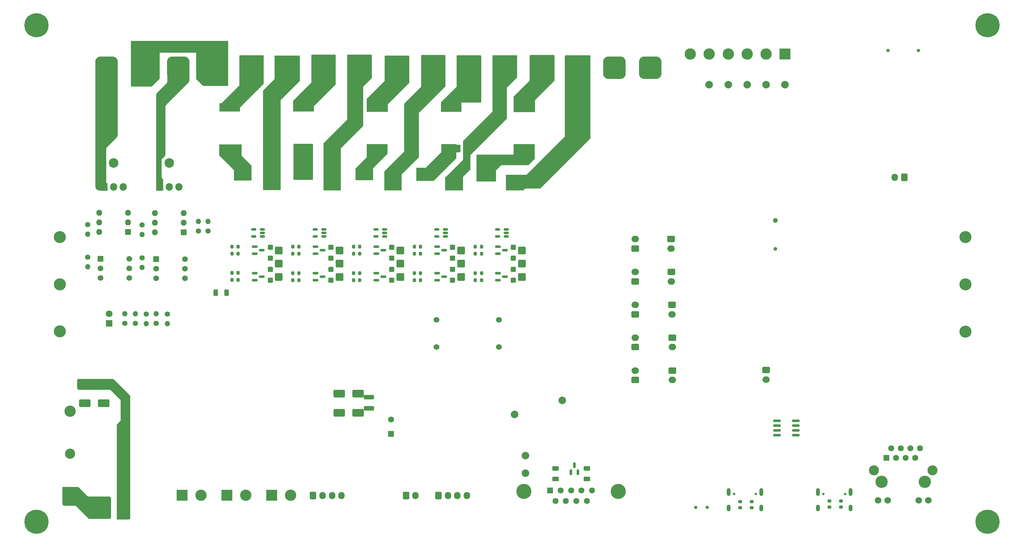
<source format=gbr>
%TF.GenerationSoftware,KiCad,Pcbnew,8.0.0*%
%TF.CreationDate,2024-07-08T15:04:36+07:00*%
%TF.ProjectId,SmartEnergyMag_System,536d6172-7445-46e6-9572-67794d61675f,rev?*%
%TF.SameCoordinates,Original*%
%TF.FileFunction,Soldermask,Bot*%
%TF.FilePolarity,Negative*%
%FSLAX46Y46*%
G04 Gerber Fmt 4.6, Leading zero omitted, Abs format (unit mm)*
G04 Created by KiCad (PCBNEW 8.0.0) date 2024-07-08 15:04:36*
%MOMM*%
%LPD*%
G01*
G04 APERTURE LIST*
G04 Aperture macros list*
%AMRoundRect*
0 Rectangle with rounded corners*
0 $1 Rounding radius*
0 $2 $3 $4 $5 $6 $7 $8 $9 X,Y pos of 4 corners*
0 Add a 4 corners polygon primitive as box body*
4,1,4,$2,$3,$4,$5,$6,$7,$8,$9,$2,$3,0*
0 Add four circle primitives for the rounded corners*
1,1,$1+$1,$2,$3*
1,1,$1+$1,$4,$5*
1,1,$1+$1,$6,$7*
1,1,$1+$1,$8,$9*
0 Add four rect primitives between the rounded corners*
20,1,$1+$1,$2,$3,$4,$5,0*
20,1,$1+$1,$4,$5,$6,$7,0*
20,1,$1+$1,$6,$7,$8,$9,0*
20,1,$1+$1,$8,$9,$2,$3,0*%
%AMFreePoly0*
4,1,45,-3.000000,1.500000,-2.988481,1.685539,-2.937641,1.928004,-2.847586,2.158795,-2.720773,2.371615,-2.560660,2.560660,-2.371615,2.720773,-2.158795,2.847586,-1.928004,2.937641,-1.685539,2.988481,-1.500000,3.000000,1.500000,3.000000,1.685539,2.988481,1.928004,2.937641,2.158795,2.847586,2.371615,2.720773,2.560660,2.560660,2.720773,2.371615,2.847586,2.158795,2.937641,1.928004,
2.988481,1.685539,3.000000,1.500000,3.000000,-1.500000,2.988481,-1.685539,2.937641,-1.928004,2.847586,-2.158795,2.720773,-2.371615,2.560660,-2.560660,2.371615,-2.720773,2.158795,-2.847586,1.928004,-2.937641,1.685539,-2.988481,1.500000,-3.000000,-1.500000,-3.000000,-1.685539,-2.988481,-1.928004,-2.937641,-2.158795,-2.847586,-2.371615,-2.720773,-2.560660,-2.560660,-2.720773,-2.371615,
-2.847586,-2.158795,-2.937641,-1.928004,-2.988481,-1.685539,-3.000000,-1.500000,-3.000000,1.500000,-3.000000,1.500000,$1*%
G04 Aperture macros list end*
%ADD10RoundRect,0.250000X0.750000X-0.600000X0.750000X0.600000X-0.750000X0.600000X-0.750000X-0.600000X0*%
%ADD11O,2.000000X1.700000*%
%ADD12R,3.000000X3.000000*%
%ADD13C,3.000000*%
%ADD14R,1.600000X1.600000*%
%ADD15O,1.600000X1.600000*%
%ADD16C,2.000000*%
%ADD17C,2.700000*%
%ADD18C,1.400000*%
%ADD19O,1.400000X1.400000*%
%ADD20RoundRect,0.250000X-0.725000X0.600000X-0.725000X-0.600000X0.725000X-0.600000X0.725000X0.600000X0*%
%ADD21O,1.950000X1.700000*%
%ADD22RoundRect,0.275000X1.825000X0.825000X-1.825000X0.825000X-1.825000X-0.825000X1.825000X-0.825000X0*%
%ADD23RoundRect,0.250000X0.750000X-0.750000X0.750000X0.750000X-0.750000X0.750000X-0.750000X-0.750000X0*%
%ADD24C,0.800000*%
%ADD25C,6.400000*%
%ADD26RoundRect,0.250000X-0.750000X0.600000X-0.750000X-0.600000X0.750000X-0.600000X0.750000X0.600000X0*%
%ADD27R,1.800000X1.800000*%
%ADD28C,1.800000*%
%ADD29RoundRect,0.250000X-0.600000X-0.725000X0.600000X-0.725000X0.600000X0.725000X-0.600000X0.725000X0*%
%ADD30O,1.700000X1.950000*%
%ADD31C,3.200000*%
%ADD32RoundRect,1.500000X1.500000X1.500000X-1.500000X1.500000X-1.500000X-1.500000X1.500000X-1.500000X0*%
%ADD33FreePoly0,180.000000*%
%ADD34C,0.650000*%
%ADD35O,1.000000X2.100000*%
%ADD36O,1.000000X1.800000*%
%ADD37RoundRect,0.102000X-0.654000X-0.654000X0.654000X-0.654000X0.654000X0.654000X-0.654000X0.654000X0*%
%ADD38C,1.512000*%
%ADD39C,2.529000*%
%ADD40RoundRect,0.200000X-2.300000X0.800000X-2.300000X-0.800000X2.300000X-0.800000X2.300000X0.800000X0*%
%ADD41RoundRect,0.250000X-1.250000X0.750000X-1.250000X-0.750000X1.250000X-0.750000X1.250000X0.750000X0*%
%ADD42RoundRect,0.250000X1.250000X-0.750000X1.250000X0.750000X-1.250000X0.750000X-1.250000X-0.750000X0*%
%ADD43R,1.905000X2.000000*%
%ADD44O,1.905000X2.000000*%
%ADD45C,0.900000*%
%ADD46RoundRect,0.250000X0.600000X0.725000X-0.600000X0.725000X-0.600000X-0.725000X0.600000X-0.725000X0*%
%ADD47C,1.524000*%
%ADD48C,3.250000*%
%ADD49RoundRect,0.102000X0.699000X0.699000X-0.699000X0.699000X-0.699000X-0.699000X0.699000X-0.699000X0*%
%ADD50C,1.602000*%
%ADD51C,1.734000*%
%ADD52C,2.649000*%
%ADD53C,4.000000*%
%ADD54C,1.600000*%
%ADD55C,1.000000*%
%ADD56C,1.300000*%
%ADD57RoundRect,0.200000X-0.200000X-0.275000X0.200000X-0.275000X0.200000X0.275000X-0.200000X0.275000X0*%
%ADD58RoundRect,0.200000X0.200000X0.275000X-0.200000X0.275000X-0.200000X-0.275000X0.200000X-0.275000X0*%
%ADD59RoundRect,0.150000X0.512500X0.150000X-0.512500X0.150000X-0.512500X-0.150000X0.512500X-0.150000X0*%
%ADD60RoundRect,0.150000X-0.587500X-0.150000X0.587500X-0.150000X0.587500X0.150000X-0.587500X0.150000X0*%
%ADD61RoundRect,0.150000X-0.825000X-0.150000X0.825000X-0.150000X0.825000X0.150000X-0.825000X0.150000X0*%
%ADD62RoundRect,0.250000X-0.450000X0.400000X-0.450000X-0.400000X0.450000X-0.400000X0.450000X0.400000X0*%
%ADD63RoundRect,0.200000X0.275000X-0.200000X0.275000X0.200000X-0.275000X0.200000X-0.275000X-0.200000X0*%
%ADD64RoundRect,0.250000X-0.312500X-0.625000X0.312500X-0.625000X0.312500X0.625000X-0.312500X0.625000X0*%
%ADD65RoundRect,0.250000X0.450000X-0.400000X0.450000X0.400000X-0.450000X0.400000X-0.450000X-0.400000X0*%
%ADD66RoundRect,0.250000X0.625000X-0.375000X0.625000X0.375000X-0.625000X0.375000X-0.625000X-0.375000X0*%
%ADD67RoundRect,0.250000X-1.100000X0.325000X-1.100000X-0.325000X1.100000X-0.325000X1.100000X0.325000X0*%
%ADD68RoundRect,0.150000X0.150000X-0.587500X0.150000X0.587500X-0.150000X0.587500X-0.150000X-0.587500X0*%
G04 APERTURE END LIST*
D10*
%TO.C,J26*%
X179265000Y-80420000D03*
D11*
X179265000Y-77920000D03*
%TD*%
D12*
%TO.C,J33*%
X59430000Y-145810000D03*
D13*
X64430000Y-145810000D03*
%TD*%
D14*
%TO.C,U7*%
X59824375Y-76110000D03*
D15*
X59824375Y-73570000D03*
X59824375Y-71030001D03*
X52204375Y-71030000D03*
X52204375Y-73570000D03*
X52204375Y-76110000D03*
%TD*%
D16*
%TO.C,TP19*%
X150290000Y-139940000D03*
%TD*%
D10*
%TO.C,J22*%
X179265000Y-115245000D03*
D11*
X179265000Y-112745000D03*
%TD*%
D17*
%TO.C,F2*%
X29760000Y-134760000D03*
D13*
X29760000Y-146010000D03*
X29760000Y-123509999D03*
%TD*%
D18*
%TO.C,R31*%
X48824376Y-82855001D03*
D19*
X48824376Y-85395001D03*
%TD*%
D18*
%TO.C,R23*%
X66289999Y-75805002D03*
D19*
X66289999Y-73265002D03*
%TD*%
D20*
%TO.C,J14*%
X213910001Y-112629998D03*
D21*
X213910001Y-115129998D03*
%TD*%
D22*
%TO.C,K1*%
X75420000Y-60950000D03*
X83020000Y-63650000D03*
D23*
X84970000Y-87950000D03*
X84969999Y-80950000D03*
X84970000Y-84450000D03*
%TD*%
D18*
%TO.C,R33*%
X55524375Y-97765000D03*
D19*
X55524375Y-100305000D03*
%TD*%
D10*
%TO.C,J25*%
X179265000Y-89126250D03*
D11*
X179265000Y-86626250D03*
%TD*%
D24*
%TO.C,H2*%
X18480000Y-21210000D03*
X19182944Y-19512944D03*
X19182944Y-22907056D03*
X20880000Y-18810000D03*
D25*
X20880000Y-21210000D03*
D24*
X20880000Y-23610000D03*
X22577056Y-19512944D03*
X22577056Y-22907056D03*
X23280000Y-21210000D03*
%TD*%
D26*
%TO.C,J18*%
X189134999Y-112745000D03*
D11*
X189134999Y-115245000D03*
%TD*%
D27*
%TO.C,D9*%
X40124375Y-100260000D03*
D28*
X40124375Y-97720000D03*
%TD*%
D29*
%TO.C,J20*%
X127240000Y-145917500D03*
D30*
X129740000Y-145917500D03*
X132240000Y-145917500D03*
X134740000Y-145917500D03*
%TD*%
D18*
%TO.C,R35*%
X44224375Y-100205000D03*
D19*
X44224375Y-97665000D03*
%TD*%
D29*
%TO.C,J15*%
X94070000Y-145917500D03*
D30*
X96570000Y-145917500D03*
X99070000Y-145917500D03*
X101570000Y-145917500D03*
%TD*%
D16*
%TO.C,TP14*%
X203889358Y-37000000D03*
%TD*%
D31*
%TO.C,DRA1*%
X266695000Y-102415000D03*
X266695000Y-89915000D03*
X266695000Y-77415000D03*
%TD*%
D26*
%TO.C,J17*%
X189120000Y-104038750D03*
D11*
X189120000Y-106538750D03*
%TD*%
D32*
%TO.C,J6*%
X183260001Y-32535000D03*
D33*
X173760002Y-32535000D03*
X164260001Y-32535000D03*
X154760001Y-32535000D03*
%TD*%
D10*
%TO.C,J24*%
X179265000Y-97832500D03*
D11*
X179265000Y-95332500D03*
%TD*%
D26*
%TO.C,J16*%
X189060000Y-95332500D03*
D11*
X189060000Y-97832500D03*
%TD*%
D34*
%TO.C,J3*%
X229090000Y-145475000D03*
X234870000Y-145475000D03*
D35*
X227660000Y-144955000D03*
D36*
X227660000Y-149155000D03*
D35*
X236300000Y-144955000D03*
D36*
X236300000Y-149155000D03*
%TD*%
D22*
%TO.C,K5*%
X123690000Y-60950000D03*
X131290000Y-63650000D03*
D23*
X133240000Y-87950000D03*
X133239999Y-80950000D03*
X133240000Y-84450000D03*
%TD*%
D37*
%TO.C,U8*%
X37815500Y-83125001D03*
D38*
X37815500Y-85665001D03*
X37815500Y-88205001D03*
X45435500Y-88205001D03*
X45435500Y-85665001D03*
X45435500Y-83125001D03*
%TD*%
D16*
%TO.C,TP9*%
X160025001Y-120650000D03*
%TD*%
D39*
%TO.C,HS2*%
X56024375Y-57715001D03*
%TD*%
D22*
%TO.C,K4*%
X107600000Y-60950000D03*
X115200000Y-63650000D03*
D23*
X117150000Y-87950000D03*
X117149999Y-80950000D03*
X117150000Y-84450000D03*
%TD*%
D14*
%TO.C,U9*%
X45090000Y-76010000D03*
D15*
X45090000Y-73470000D03*
X45090000Y-70930001D03*
X37470000Y-70930000D03*
X37470000Y-73470000D03*
X37470000Y-76010000D03*
%TD*%
D16*
%TO.C,TP18*%
X150290000Y-135290000D03*
%TD*%
D32*
%TO.C,J2*%
X67914999Y-32535000D03*
D33*
X58415000Y-32535000D03*
X48914999Y-32535000D03*
X39414999Y-32535000D03*
%TD*%
D16*
%TO.C,TP12*%
X213889358Y-37000000D03*
%TD*%
D40*
%TO.C,J8*%
X150000000Y-42939086D03*
X150000000Y-53939086D03*
%TD*%
D24*
%TO.C,H4*%
X18480000Y-152860000D03*
X19182944Y-151162944D03*
X19182944Y-154557056D03*
X20880000Y-150460000D03*
D25*
X20880000Y-152860000D03*
D24*
X20880000Y-155260000D03*
X22577056Y-151162944D03*
X22577056Y-154557056D03*
X23280000Y-152860000D03*
%TD*%
D41*
%TO.C,PS1*%
X33651500Y-116336000D03*
X38651500Y-116336000D03*
D42*
X33651500Y-121416000D03*
X38651500Y-121416000D03*
X101008500Y-123944000D03*
X106008500Y-123944000D03*
X101008500Y-118864000D03*
X106008500Y-118864000D03*
%TD*%
D16*
%TO.C,TP15*%
X198889358Y-37000000D03*
%TD*%
D40*
%TO.C,J30*%
X111000000Y-42939086D03*
X111000000Y-53939086D03*
%TD*%
D12*
%TO.C,J21*%
X38950000Y-150400000D03*
D13*
X43950000Y-150400000D03*
%TD*%
D32*
%TO.C,J11*%
X106363333Y-32535000D03*
D33*
X96863334Y-32535000D03*
X87363333Y-32535000D03*
X77863333Y-32535000D03*
%TD*%
D43*
%TO.C,Q2*%
X53484375Y-64100000D03*
D44*
X56024375Y-64100000D03*
X58564374Y-64100000D03*
%TD*%
D45*
%TO.C,P1*%
X254205000Y-27929999D03*
X246205000Y-27929999D03*
%TD*%
D13*
%TO.C,J1*%
X193889358Y-28903305D03*
X198889358Y-28903305D03*
X203889359Y-28903305D03*
X208889359Y-28903305D03*
X213889359Y-28903305D03*
D12*
X218889359Y-28903305D03*
%TD*%
D37*
%TO.C,U3*%
X52549875Y-83225001D03*
D38*
X52549875Y-85765001D03*
X52549875Y-88305001D03*
X60169875Y-88305001D03*
X60169875Y-85765001D03*
X60169875Y-83225001D03*
%TD*%
D12*
%TO.C,J35*%
X83100000Y-145810000D03*
D13*
X88100000Y-145810000D03*
%TD*%
D24*
%TO.C,H1*%
X270130000Y-21210000D03*
X270832944Y-19512944D03*
X270832944Y-22907056D03*
X272530000Y-18810000D03*
D25*
X272530000Y-21210000D03*
D24*
X272530000Y-23610000D03*
X274227056Y-19512944D03*
X274227056Y-22907056D03*
X274930000Y-21210000D03*
%TD*%
D10*
%TO.C,J23*%
X179265000Y-106538750D03*
D11*
X179265000Y-104038750D03*
%TD*%
D40*
%TO.C,J9*%
X72000000Y-42939086D03*
X72000000Y-53939086D03*
%TD*%
D26*
%TO.C,J10*%
X188815000Y-77920000D03*
D11*
X188815000Y-80420000D03*
%TD*%
D26*
%TO.C,J12*%
X188865001Y-86626250D03*
D11*
X188865001Y-89126250D03*
%TD*%
D16*
%TO.C,TP13*%
X208889358Y-37000000D03*
%TD*%
D18*
%TO.C,R36*%
X34390000Y-82755001D03*
D19*
X34390000Y-85295001D03*
%TD*%
D46*
%TO.C,J36*%
X250455000Y-61529996D03*
D30*
X247955000Y-61529996D03*
%TD*%
D47*
%TO.C,T1*%
X126690000Y-99315000D03*
X126690000Y-106515000D03*
X143190000Y-99315000D03*
X143190000Y-106515000D03*
%TD*%
D31*
%TO.C,DRA2*%
X27090000Y-102385000D03*
X27090000Y-89885000D03*
X27090000Y-77385000D03*
%TD*%
D12*
%TO.C,J34*%
X71265000Y-145810000D03*
D13*
X76265000Y-145810000D03*
%TD*%
D32*
%TO.C,J5*%
X144811667Y-32535000D03*
D33*
X135311668Y-32535000D03*
X125811667Y-32535000D03*
X116311667Y-32535000D03*
%TD*%
D16*
%TO.C,TP11*%
X218889359Y-37000000D03*
%TD*%
D45*
%TO.C,BOOT1*%
X195310000Y-148980000D03*
X198310000Y-148980000D03*
%TD*%
D18*
%TO.C,R34*%
X48824376Y-74170001D03*
D19*
X48824376Y-76710001D03*
%TD*%
D16*
%TO.C,TP10*%
X147370000Y-124360000D03*
%TD*%
D48*
%TO.C,J4*%
X255930000Y-142275000D03*
X244500000Y-142275000D03*
D49*
X245765000Y-135925000D03*
D50*
X247035000Y-133385000D03*
X248305000Y-135925000D03*
X249575000Y-133385000D03*
X250845000Y-135925000D03*
X252115000Y-133385000D03*
X253385000Y-135924999D03*
X254655000Y-133385000D03*
D51*
X243590000Y-147175000D03*
X246130000Y-147175000D03*
X254300000Y-147175000D03*
X256840000Y-147175000D03*
D52*
X242470000Y-139225000D03*
X257960000Y-139225000D03*
%TD*%
D18*
%TO.C,R37*%
X47024375Y-100205000D03*
D19*
X47024375Y-97665000D03*
%TD*%
D53*
%TO.C,J7*%
X149830000Y-144800000D03*
X174830000Y-144800000D03*
D14*
X156790000Y-144500000D03*
D54*
X159560000Y-144500000D03*
X162330000Y-144500000D03*
X165100000Y-144500000D03*
X167870000Y-144500000D03*
X158175000Y-147340000D03*
X160945000Y-147340000D03*
X163715000Y-147340000D03*
X166485000Y-147340000D03*
%TD*%
D40*
%TO.C,J29*%
X91500000Y-42939086D03*
X91500000Y-53939086D03*
%TD*%
D34*
%TO.C,J19*%
X205450000Y-145475000D03*
X211230000Y-145475000D03*
D35*
X204020000Y-144955000D03*
D36*
X204020000Y-149155000D03*
D35*
X212660000Y-144955000D03*
D36*
X212660000Y-149155000D03*
%TD*%
D40*
%TO.C,J31*%
X130500000Y-42939086D03*
X130500000Y-53939086D03*
%TD*%
D22*
%TO.C,K2*%
X91510000Y-60950000D03*
X99110000Y-63650000D03*
D23*
X101060000Y-87950000D03*
X101059999Y-80950000D03*
X101060000Y-84450000D03*
%TD*%
D43*
%TO.C,Q3*%
X38750000Y-64100000D03*
D44*
X41290000Y-64100000D03*
X43829999Y-64100000D03*
%TD*%
D18*
%TO.C,R39*%
X34390000Y-74070001D03*
D19*
X34390000Y-76610001D03*
%TD*%
D39*
%TO.C,HS1*%
X41290000Y-57715001D03*
%TD*%
D18*
%TO.C,R38*%
X49924375Y-97765000D03*
D19*
X49924375Y-100305000D03*
%TD*%
D22*
%TO.C,K3*%
X139780000Y-60950000D03*
X147380000Y-63650000D03*
D23*
X149330000Y-87950000D03*
X149329999Y-80950000D03*
X149330000Y-84450000D03*
%TD*%
D18*
%TO.C,R32*%
X52524375Y-100205000D03*
D19*
X52524375Y-97665000D03*
%TD*%
D18*
%TO.C,R30*%
X63690000Y-75805002D03*
D19*
X63690000Y-73265002D03*
%TD*%
D29*
%TO.C,J32*%
X118630000Y-145917500D03*
D30*
X121130000Y-145917500D03*
%TD*%
D55*
%TO.C,BT2*%
X216400000Y-80515000D03*
D56*
X216400000Y-73015000D03*
%TD*%
D14*
%TO.C,C63*%
X114720000Y-129514760D03*
D54*
X114720000Y-125714760D03*
%TD*%
D24*
%TO.C,H3*%
X270130000Y-152860000D03*
X270832944Y-151162944D03*
X270832944Y-154557056D03*
X272530000Y-150460000D03*
D25*
X272530000Y-152860000D03*
D24*
X272530000Y-155260000D03*
X274227056Y-151162944D03*
X274227056Y-154557056D03*
X274930000Y-152860000D03*
%TD*%
D57*
%TO.C,R103*%
X72600000Y-86850000D03*
X74250000Y-86850000D03*
%TD*%
D58*
%TO.C,R113*%
X106430000Y-79912501D03*
X104780000Y-79912501D03*
%TD*%
D57*
%TO.C,R98*%
X136960000Y-88812501D03*
X138610000Y-88812501D03*
%TD*%
%TO.C,R99*%
X136960000Y-86912501D03*
X138610000Y-86912501D03*
%TD*%
D59*
%TO.C,U29*%
X80620000Y-75350001D03*
X80620000Y-76300000D03*
X80620000Y-77249999D03*
X78345000Y-77249999D03*
X78345000Y-75350001D03*
%TD*%
D60*
%TO.C,Q12*%
X126902500Y-88812501D03*
X126902500Y-86912501D03*
X128777501Y-87862501D03*
%TD*%
D61*
%TO.C,U6*%
X216820962Y-129885962D03*
X216820962Y-128615962D03*
X216820962Y-127345962D03*
X216820962Y-126075962D03*
X221770962Y-126075962D03*
X221770962Y-127345962D03*
X221770962Y-128615962D03*
X221770962Y-129885962D03*
%TD*%
D62*
%TO.C,D53*%
X130935625Y-85937501D03*
X130935625Y-88837501D03*
%TD*%
D63*
%TO.C,R81*%
X230720000Y-148945000D03*
X230720000Y-147295000D03*
%TD*%
D60*
%TO.C,Q10*%
X110812500Y-88812501D03*
X110812500Y-86912501D03*
X112687501Y-87862501D03*
%TD*%
D64*
%TO.C,R83*%
X68257500Y-92150000D03*
X71182500Y-92150000D03*
%TD*%
D63*
%TO.C,R27*%
X210090000Y-149125000D03*
X210090000Y-147475000D03*
%TD*%
D59*
%TO.C,U31*%
X112975000Y-75350001D03*
X112975000Y-76300000D03*
X112975000Y-77249999D03*
X110700000Y-77249999D03*
X110700000Y-75350001D03*
%TD*%
D63*
%TO.C,R82*%
X233710000Y-148945000D03*
X233710000Y-147295000D03*
%TD*%
D58*
%TO.C,R105*%
X74250000Y-79912501D03*
X72600000Y-79912501D03*
%TD*%
D62*
%TO.C,D49*%
X98806875Y-85937501D03*
X98806875Y-88837501D03*
%TD*%
D57*
%TO.C,R106*%
X88690000Y-88812501D03*
X90340000Y-88812501D03*
%TD*%
D60*
%TO.C,Q11*%
X110812500Y-81812501D03*
X110812500Y-79912501D03*
X112687501Y-80862501D03*
%TD*%
D59*
%TO.C,U32*%
X129065000Y-75350001D03*
X129065000Y-76300000D03*
X129065000Y-77249999D03*
X126790000Y-77249999D03*
X126790000Y-75350001D03*
%TD*%
D60*
%TO.C,Q9*%
X94722500Y-81812501D03*
X94722500Y-79912501D03*
X96597501Y-80862501D03*
%TD*%
D62*
%TO.C,D45*%
X147000000Y-85937501D03*
X147000000Y-88837501D03*
%TD*%
D58*
%TO.C,R116*%
X122520000Y-81812501D03*
X120870000Y-81812501D03*
%TD*%
%TO.C,R100*%
X138610000Y-81812501D03*
X136960000Y-81812501D03*
%TD*%
D60*
%TO.C,Q8*%
X94722500Y-88812501D03*
X94722500Y-86912501D03*
X96597501Y-87862501D03*
%TD*%
D58*
%TO.C,R104*%
X74250000Y-81812501D03*
X72600000Y-81812501D03*
%TD*%
D65*
%TO.C,D48*%
X82742499Y-82962500D03*
X82742499Y-80062500D03*
%TD*%
D58*
%TO.C,R112*%
X106430000Y-81812501D03*
X104780000Y-81812501D03*
%TD*%
D57*
%TO.C,R114*%
X120870000Y-88812501D03*
X122520000Y-88812501D03*
%TD*%
%TO.C,R115*%
X120870000Y-86912501D03*
X122520000Y-86912501D03*
%TD*%
D66*
%TO.C,F1*%
X166485000Y-141459999D03*
X166485000Y-138660001D03*
%TD*%
D60*
%TO.C,Q4*%
X142992500Y-88812501D03*
X142992500Y-86912501D03*
X144867501Y-87862501D03*
%TD*%
%TO.C,Q6*%
X78632500Y-88812501D03*
X78632500Y-86912501D03*
X80507501Y-87862501D03*
%TD*%
D59*
%TO.C,U33*%
X145155000Y-75350001D03*
X145155000Y-76300000D03*
X145155000Y-77249999D03*
X142880000Y-77249999D03*
X142880000Y-75350001D03*
%TD*%
D63*
%TO.C,R26*%
X207090000Y-149125000D03*
X207090000Y-147475000D03*
%TD*%
D58*
%TO.C,R108*%
X90340000Y-81812501D03*
X88690000Y-81812501D03*
%TD*%
D57*
%TO.C,R107*%
X88690000Y-86912501D03*
X90340000Y-86912501D03*
%TD*%
D62*
%TO.C,D47*%
X82742500Y-85937501D03*
X82742500Y-88837501D03*
%TD*%
D60*
%TO.C,Q5*%
X142992500Y-81812501D03*
X142992500Y-79912501D03*
X144867501Y-80862501D03*
%TD*%
D59*
%TO.C,U30*%
X96885000Y-75350001D03*
X96885000Y-76300000D03*
X96885000Y-77249999D03*
X94610000Y-77249999D03*
X94610000Y-75350001D03*
%TD*%
D65*
%TO.C,D52*%
X114871249Y-82962500D03*
X114871249Y-80062500D03*
%TD*%
D67*
%TO.C,C71*%
X108870000Y-119824999D03*
X108870000Y-122775001D03*
%TD*%
D65*
%TO.C,D50*%
X98806874Y-82962500D03*
X98806874Y-80062500D03*
%TD*%
D58*
%TO.C,R109*%
X90340000Y-79912501D03*
X88690000Y-79912501D03*
%TD*%
D66*
%TO.C,F3*%
X158175000Y-141459999D03*
X158175000Y-138660001D03*
%TD*%
D57*
%TO.C,R111*%
X104780000Y-86912501D03*
X106430000Y-86912501D03*
%TD*%
D60*
%TO.C,Q13*%
X126902500Y-81812501D03*
X126902500Y-79912501D03*
X128777501Y-80862501D03*
%TD*%
D58*
%TO.C,R101*%
X138610000Y-79912501D03*
X136960000Y-79912501D03*
%TD*%
D68*
%TO.C,D41*%
X164162501Y-139697500D03*
X162262501Y-139697500D03*
X163212501Y-137822499D03*
%TD*%
D65*
%TO.C,D54*%
X130935624Y-82962500D03*
X130935624Y-80062500D03*
%TD*%
D58*
%TO.C,R117*%
X122520000Y-79912501D03*
X120870000Y-79912501D03*
%TD*%
D62*
%TO.C,D51*%
X114871250Y-85937501D03*
X114871250Y-88837501D03*
%TD*%
D57*
%TO.C,R102*%
X72600000Y-88750000D03*
X74250000Y-88750000D03*
%TD*%
D65*
%TO.C,D46*%
X147000000Y-82962500D03*
X147000000Y-80062500D03*
%TD*%
D60*
%TO.C,Q7*%
X78632500Y-81812501D03*
X78632500Y-79912501D03*
X80507501Y-80862501D03*
%TD*%
D57*
%TO.C,R110*%
X104780000Y-88812501D03*
X106430000Y-88812501D03*
%TD*%
G36*
X60336061Y-29750597D02*
G01*
X60512934Y-29768017D01*
X60536775Y-29772759D01*
X60700998Y-29822575D01*
X60723456Y-29831878D01*
X60874798Y-29912772D01*
X60895010Y-29926277D01*
X61027666Y-30035145D01*
X61044854Y-30052333D01*
X61153722Y-30184989D01*
X61167227Y-30205201D01*
X61248121Y-30356543D01*
X61257424Y-30379001D01*
X61307240Y-30543224D01*
X61311982Y-30567065D01*
X61329403Y-30743938D01*
X61330000Y-30756092D01*
X61330000Y-35789693D01*
X61329403Y-35801847D01*
X61311982Y-35978721D01*
X61307240Y-36002562D01*
X61257424Y-36166785D01*
X61248121Y-36189243D01*
X61167227Y-36340585D01*
X61153722Y-36360797D01*
X61040969Y-36498186D01*
X61032797Y-36507202D01*
X55302897Y-42237101D01*
X55178530Y-42388641D01*
X55178526Y-42388648D01*
X55086123Y-42561522D01*
X55086122Y-42561525D01*
X55029214Y-42749124D01*
X55010000Y-42944217D01*
X55010000Y-55289693D01*
X55009403Y-55301847D01*
X54991982Y-55478721D01*
X54987240Y-55502562D01*
X54937424Y-55666785D01*
X54928121Y-55689243D01*
X54847227Y-55840585D01*
X54833722Y-55860797D01*
X54720969Y-55998186D01*
X54712797Y-56007202D01*
X54282897Y-56437101D01*
X54158530Y-56588641D01*
X54158526Y-56588648D01*
X54066123Y-56761522D01*
X54066122Y-56761525D01*
X54009214Y-56949124D01*
X53990000Y-57144217D01*
X53990000Y-61370079D01*
X53990001Y-61370095D01*
X54013848Y-61551235D01*
X54013849Y-61551237D01*
X54083770Y-61720042D01*
X54195000Y-61865000D01*
X54296290Y-61997005D01*
X54312475Y-62025038D01*
X54369903Y-62163681D01*
X54378281Y-62194948D01*
X54398939Y-62351853D01*
X54400000Y-62368039D01*
X54400000Y-64138907D01*
X54399403Y-64151062D01*
X54383423Y-64313304D01*
X54378681Y-64337144D01*
X54333134Y-64487295D01*
X54323831Y-64509754D01*
X54249865Y-64648132D01*
X54236361Y-64668342D01*
X54136822Y-64789632D01*
X54119632Y-64806822D01*
X53998342Y-64906361D01*
X53978132Y-64919865D01*
X53839754Y-64993831D01*
X53817295Y-65003134D01*
X53667144Y-65048681D01*
X53643304Y-65053423D01*
X53481062Y-65069403D01*
X53468907Y-65070000D01*
X52674000Y-65070000D01*
X52606961Y-65050315D01*
X52561206Y-64997511D01*
X52550000Y-64946000D01*
X52550000Y-39830306D01*
X52550597Y-39818152D01*
X52568017Y-39641278D01*
X52572759Y-39617437D01*
X52622575Y-39453214D01*
X52631878Y-39430756D01*
X52712772Y-39279414D01*
X52726277Y-39259202D01*
X52839030Y-39121813D01*
X52847202Y-39112797D01*
X55207102Y-36752898D01*
X55331469Y-36601358D01*
X55331473Y-36601351D01*
X55423876Y-36428477D01*
X55423877Y-36428474D01*
X55480785Y-36240875D01*
X55500000Y-36045782D01*
X55500000Y-30756092D01*
X55500597Y-30743938D01*
X55518017Y-30567065D01*
X55522759Y-30543224D01*
X55572575Y-30379001D01*
X55581878Y-30356543D01*
X55662772Y-30205201D01*
X55676277Y-30184989D01*
X55785145Y-30052333D01*
X55802333Y-30035145D01*
X55934989Y-29926277D01*
X55955201Y-29912772D01*
X56106543Y-29831878D01*
X56129001Y-29822575D01*
X56293224Y-29772759D01*
X56317065Y-29768017D01*
X56493939Y-29750597D01*
X56506093Y-29750000D01*
X60323907Y-29750000D01*
X60336061Y-29750597D01*
G37*
G36*
X41396061Y-30300597D02*
G01*
X41572934Y-30318017D01*
X41596775Y-30322759D01*
X41760998Y-30372575D01*
X41783456Y-30381878D01*
X41934798Y-30462772D01*
X41955010Y-30476277D01*
X42087666Y-30585145D01*
X42104854Y-30602333D01*
X42213722Y-30734989D01*
X42227227Y-30755201D01*
X42308121Y-30906543D01*
X42317424Y-30929001D01*
X42367240Y-31093224D01*
X42371982Y-31117065D01*
X42389403Y-31293938D01*
X42390000Y-31306092D01*
X42390000Y-50251132D01*
X42389405Y-50263263D01*
X42372052Y-50439793D01*
X42367328Y-50463589D01*
X42317704Y-50627517D01*
X42308437Y-50649938D01*
X42227845Y-50801063D01*
X42214390Y-50821251D01*
X42102040Y-50958526D01*
X42093897Y-50967536D01*
X39601813Y-53467287D01*
X39601806Y-53467295D01*
X39477891Y-53618701D01*
X39385828Y-53791336D01*
X39385825Y-53791343D01*
X39329141Y-53978593D01*
X39329140Y-53978599D01*
X39310000Y-54173310D01*
X39310000Y-64003907D01*
X39309403Y-64016061D01*
X39291982Y-64192934D01*
X39287240Y-64216775D01*
X39237424Y-64380998D01*
X39228121Y-64403456D01*
X39147227Y-64554798D01*
X39133722Y-64575010D01*
X39024854Y-64707666D01*
X39007666Y-64724854D01*
X38875010Y-64833722D01*
X38854798Y-64847227D01*
X38703456Y-64928121D01*
X38680998Y-64937424D01*
X38516775Y-64987240D01*
X38492934Y-64991982D01*
X38316061Y-65009403D01*
X38303907Y-65010000D01*
X37486093Y-65010000D01*
X37473939Y-65009403D01*
X37297065Y-64991982D01*
X37273224Y-64987240D01*
X37109001Y-64937424D01*
X37086543Y-64928121D01*
X36935201Y-64847227D01*
X36914989Y-64833722D01*
X36782333Y-64724854D01*
X36765145Y-64707666D01*
X36656277Y-64575010D01*
X36642772Y-64554798D01*
X36561878Y-64403456D01*
X36552575Y-64380998D01*
X36502759Y-64216775D01*
X36498017Y-64192934D01*
X36480597Y-64016061D01*
X36480000Y-64003907D01*
X36480000Y-30424000D01*
X36499685Y-30356961D01*
X36552489Y-30311206D01*
X36604000Y-30300000D01*
X41383907Y-30300000D01*
X41396061Y-30300597D01*
G37*
G36*
X71503039Y-25384685D02*
G01*
X71548794Y-25437489D01*
X71560000Y-25489000D01*
X71560000Y-37176000D01*
X71540315Y-37243039D01*
X71487511Y-37288794D01*
X71436000Y-37300000D01*
X64956362Y-37300000D01*
X64889323Y-37280315D01*
X64868681Y-37263681D01*
X63206319Y-35601319D01*
X63172834Y-35539996D01*
X63170000Y-35513638D01*
X63170000Y-28505000D01*
X53435000Y-28505000D01*
X53435000Y-35413638D01*
X53415315Y-35480677D01*
X53398681Y-35501319D01*
X51421319Y-37478681D01*
X51359996Y-37512166D01*
X51333638Y-37515000D01*
X46019000Y-37515000D01*
X45951961Y-37495315D01*
X45906206Y-37442511D01*
X45895000Y-37391000D01*
X45895000Y-25489000D01*
X45914685Y-25421961D01*
X45967489Y-25376206D01*
X46019000Y-25365000D01*
X71436000Y-25365000D01*
X71503039Y-25384685D01*
G37*
G36*
X80968039Y-29269685D02*
G01*
X81013794Y-29322489D01*
X81025000Y-29374000D01*
X81025000Y-36673638D01*
X81005315Y-36740677D01*
X80988681Y-36761319D01*
X74725000Y-43024999D01*
X74725000Y-44001000D01*
X74705315Y-44068039D01*
X74652511Y-44113794D01*
X74601000Y-44125000D01*
X69424000Y-44125000D01*
X69356961Y-44105315D01*
X69311206Y-44052511D01*
X69300000Y-44001000D01*
X69300000Y-41999000D01*
X69319685Y-41931961D01*
X69372489Y-41886206D01*
X69424000Y-41875000D01*
X69825000Y-41875000D01*
X69825000Y-41874999D01*
X74550000Y-37149999D01*
X74550000Y-29374000D01*
X74569685Y-29306961D01*
X74622489Y-29261206D01*
X74674000Y-29250000D01*
X80901000Y-29250000D01*
X80968039Y-29269685D01*
G37*
G36*
X75118039Y-52819685D02*
G01*
X75163794Y-52872489D01*
X75175000Y-52924000D01*
X75175000Y-55875000D01*
X77738681Y-58438681D01*
X77772166Y-58500004D01*
X77775000Y-58526362D01*
X77775000Y-62251000D01*
X77755315Y-62318039D01*
X77702511Y-62363794D01*
X77651000Y-62375000D01*
X73224000Y-62375000D01*
X73156961Y-62355315D01*
X73111206Y-62302511D01*
X73100000Y-62251000D01*
X73100000Y-59600000D01*
X69261319Y-55761319D01*
X69227834Y-55699996D01*
X69225000Y-55673638D01*
X69225000Y-52924000D01*
X69244685Y-52856961D01*
X69297489Y-52811206D01*
X69349000Y-52800000D01*
X75051000Y-52800000D01*
X75118039Y-52819685D01*
G37*
G36*
X90518039Y-29294685D02*
G01*
X90563794Y-29347489D01*
X90575000Y-29399000D01*
X90575000Y-35898638D01*
X90555315Y-35965677D01*
X90538681Y-35986319D01*
X85475000Y-41049999D01*
X85475000Y-64826000D01*
X85455315Y-64893039D01*
X85402511Y-64938794D01*
X85351000Y-64950000D01*
X80949000Y-64950000D01*
X80881961Y-64930315D01*
X80836206Y-64877511D01*
X80825000Y-64826000D01*
X80825000Y-38576362D01*
X80844685Y-38509323D01*
X80861319Y-38488681D01*
X83874999Y-35475000D01*
X83875000Y-35474999D01*
X83875000Y-29399000D01*
X83894685Y-29331961D01*
X83947489Y-29286206D01*
X83999000Y-29275000D01*
X90451000Y-29275000D01*
X90518039Y-29294685D01*
G37*
G36*
X100018039Y-29094685D02*
G01*
X100063794Y-29147489D01*
X100075000Y-29199000D01*
X100075000Y-36873638D01*
X100055315Y-36940677D01*
X100038681Y-36961319D01*
X94300000Y-42699999D01*
X94300000Y-44001000D01*
X94280315Y-44068039D01*
X94227511Y-44113794D01*
X94176000Y-44125000D01*
X88899000Y-44125000D01*
X88831961Y-44105315D01*
X88786206Y-44052511D01*
X88775000Y-44001000D01*
X88775000Y-41301362D01*
X88794685Y-41234323D01*
X88811319Y-41213681D01*
X93574999Y-36450000D01*
X93575000Y-36449999D01*
X93575000Y-29199000D01*
X93594685Y-29131961D01*
X93647489Y-29086206D01*
X93699000Y-29075000D01*
X99951000Y-29075000D01*
X100018039Y-29094685D01*
G37*
G36*
X109543039Y-29069685D02*
G01*
X109588794Y-29122489D01*
X109600000Y-29174000D01*
X109600000Y-35248638D01*
X109580315Y-35315677D01*
X109563681Y-35336319D01*
X107300000Y-37599999D01*
X107300000Y-47948638D01*
X107280315Y-48015677D01*
X107263681Y-48036319D01*
X101400000Y-53899999D01*
X101400000Y-64876000D01*
X101380315Y-64943039D01*
X101327511Y-64988794D01*
X101276000Y-65000000D01*
X96949000Y-65000000D01*
X96881961Y-64980315D01*
X96836206Y-64927511D01*
X96825000Y-64876000D01*
X96825000Y-52601362D01*
X96844685Y-52534323D01*
X96861319Y-52513681D01*
X103074999Y-46300000D01*
X103075000Y-46299999D01*
X103075000Y-29174000D01*
X103094685Y-29106961D01*
X103147489Y-29061206D01*
X103199000Y-29050000D01*
X109476000Y-29050000D01*
X109543039Y-29069685D01*
G37*
G36*
X119493039Y-29344685D02*
G01*
X119538794Y-29397489D01*
X119550000Y-29449000D01*
X119550000Y-36423638D01*
X119530315Y-36490677D01*
X119513681Y-36511319D01*
X113825000Y-42199999D01*
X113825000Y-44076000D01*
X113805315Y-44143039D01*
X113752511Y-44188794D01*
X113701000Y-44200000D01*
X108349000Y-44200000D01*
X108281961Y-44180315D01*
X108236206Y-44127511D01*
X108225000Y-44076000D01*
X108225000Y-40801362D01*
X108244685Y-40734323D01*
X108261319Y-40713681D01*
X113024999Y-35950000D01*
X113025000Y-35949999D01*
X113025000Y-29449000D01*
X113044685Y-29381961D01*
X113097489Y-29336206D01*
X113149000Y-29325000D01*
X119426000Y-29325000D01*
X119493039Y-29344685D01*
G37*
G36*
X93943039Y-52644685D02*
G01*
X93988794Y-52697489D01*
X94000000Y-52749000D01*
X94000000Y-62079739D01*
X93980315Y-62146778D01*
X93927511Y-62192533D01*
X93876000Y-62203739D01*
X89024000Y-62203739D01*
X88956961Y-62184054D01*
X88911206Y-62131250D01*
X88900000Y-62079739D01*
X88900000Y-52749000D01*
X88919685Y-52681961D01*
X88972489Y-52636206D01*
X89024000Y-52625000D01*
X93876000Y-52625000D01*
X93943039Y-52644685D01*
G37*
G36*
X113668039Y-52769685D02*
G01*
X113713794Y-52822489D01*
X113725000Y-52874000D01*
X113725000Y-55323638D01*
X113705315Y-55390677D01*
X113688681Y-55411319D01*
X109925000Y-59174999D01*
X109925000Y-62151000D01*
X109905315Y-62218039D01*
X109852511Y-62263794D01*
X109801000Y-62275000D01*
X105424000Y-62275000D01*
X105356961Y-62255315D01*
X105311206Y-62202511D01*
X105300000Y-62151000D01*
X105300000Y-59201362D01*
X105319685Y-59134323D01*
X105336319Y-59113681D01*
X108249999Y-56200000D01*
X108250000Y-56199999D01*
X108250000Y-52874000D01*
X108269685Y-52806961D01*
X108322489Y-52761206D01*
X108374000Y-52750000D01*
X113601000Y-52750000D01*
X113668039Y-52769685D01*
G37*
G36*
X128993039Y-29169685D02*
G01*
X129038794Y-29222489D01*
X129050000Y-29274000D01*
X129050000Y-37398638D01*
X129030315Y-37465677D01*
X129013681Y-37486319D01*
X122075000Y-44424999D01*
X122075000Y-56173638D01*
X122055315Y-56240677D01*
X122038681Y-56261319D01*
X117475000Y-60825000D01*
X117475000Y-60834410D01*
X117497166Y-60875004D01*
X117500000Y-60901362D01*
X117500000Y-64876000D01*
X117480315Y-64943039D01*
X117427511Y-64988794D01*
X117376000Y-65000000D01*
X113024000Y-65000000D01*
X112956961Y-64980315D01*
X112911206Y-64927511D01*
X112900000Y-64876000D01*
X112900000Y-60026362D01*
X112919685Y-59959323D01*
X112936319Y-59938681D01*
X118199999Y-54675000D01*
X118200000Y-54674999D01*
X118200000Y-42001362D01*
X118219685Y-41934323D01*
X118236319Y-41913681D01*
X122674999Y-37475000D01*
X122675000Y-37474999D01*
X122675000Y-29274000D01*
X122694685Y-29206961D01*
X122747489Y-29161206D01*
X122799000Y-29150000D01*
X128926000Y-29150000D01*
X128993039Y-29169685D01*
G37*
G36*
X131943039Y-52744685D02*
G01*
X131988794Y-52797489D01*
X132000000Y-52849000D01*
X132000000Y-56448638D01*
X131980315Y-56515677D01*
X131963681Y-56536319D01*
X126061319Y-62438681D01*
X125999996Y-62472166D01*
X125973638Y-62475000D01*
X121499000Y-62475000D01*
X121431961Y-62455315D01*
X121386206Y-62402511D01*
X121375000Y-62351000D01*
X121375000Y-59124000D01*
X121394685Y-59056961D01*
X121447489Y-59011206D01*
X121499000Y-59000000D01*
X123850000Y-59000000D01*
X123850000Y-58999999D01*
X128000000Y-54849999D01*
X128000000Y-52849000D01*
X128019685Y-52781961D01*
X128072489Y-52736206D01*
X128124000Y-52725000D01*
X131876000Y-52725000D01*
X131943039Y-52744685D01*
G37*
G36*
X147968039Y-29244685D02*
G01*
X148013794Y-29297489D01*
X148025000Y-29349000D01*
X148025000Y-35023638D01*
X148005315Y-35090677D01*
X147988681Y-35111319D01*
X145350000Y-37749999D01*
X145350000Y-45973638D01*
X145330315Y-46040677D01*
X145313681Y-46061319D01*
X135725000Y-55649999D01*
X135725000Y-59318638D01*
X135705315Y-59385677D01*
X135688681Y-59406319D01*
X133700000Y-61394999D01*
X133700000Y-64876000D01*
X133680315Y-64943039D01*
X133627511Y-64988794D01*
X133576000Y-65000000D01*
X129099000Y-65000000D01*
X129031961Y-64980315D01*
X128986206Y-64927511D01*
X128975000Y-64876000D01*
X128975000Y-61499000D01*
X128994685Y-61431961D01*
X129047489Y-61386206D01*
X129099000Y-61375000D01*
X129313230Y-61375000D01*
X129313230Y-61374999D01*
X133775000Y-56913229D01*
X133775000Y-51901362D01*
X133794685Y-51834323D01*
X133811319Y-51813681D01*
X141549999Y-44075000D01*
X141550000Y-44074999D01*
X141550000Y-29349000D01*
X141569685Y-29281961D01*
X141622489Y-29236206D01*
X141674000Y-29225000D01*
X147901000Y-29225000D01*
X147968039Y-29244685D01*
G37*
G36*
X152643039Y-52769685D02*
G01*
X152688794Y-52822489D01*
X152700000Y-52874000D01*
X152700000Y-56623638D01*
X152680315Y-56690677D01*
X152663681Y-56711319D01*
X151086319Y-58288681D01*
X151024996Y-58322166D01*
X150998638Y-58325000D01*
X143774999Y-58325000D01*
X142425000Y-59674999D01*
X142425000Y-62501000D01*
X142405315Y-62568039D01*
X142352511Y-62613794D01*
X142301000Y-62625000D01*
X137424000Y-62625000D01*
X137356961Y-62605315D01*
X137311206Y-62552511D01*
X137300000Y-62501000D01*
X137300000Y-55624000D01*
X137319685Y-55556961D01*
X137372489Y-55511206D01*
X137424000Y-55500000D01*
X147100000Y-55500000D01*
X147100000Y-52874000D01*
X147119685Y-52806961D01*
X147172489Y-52761206D01*
X147224000Y-52750000D01*
X152576000Y-52750000D01*
X152643039Y-52769685D01*
G37*
G36*
X167368039Y-29244685D02*
G01*
X167413794Y-29297489D01*
X167425000Y-29349000D01*
X167425000Y-51223638D01*
X167405315Y-51290677D01*
X167388681Y-51311319D01*
X154186319Y-64513681D01*
X154124996Y-64547166D01*
X154098638Y-64550000D01*
X150174999Y-64550000D01*
X149761319Y-64963681D01*
X149699996Y-64997166D01*
X149673638Y-65000000D01*
X145199000Y-65000000D01*
X145131961Y-64980315D01*
X145086206Y-64927511D01*
X145075000Y-64876000D01*
X145075000Y-60974000D01*
X145094685Y-60906961D01*
X145147489Y-60861206D01*
X145199000Y-60850000D01*
X150531865Y-60850000D01*
X150531865Y-60849999D01*
X160702390Y-50679474D01*
X160702390Y-29349000D01*
X160722075Y-29281961D01*
X160774879Y-29236206D01*
X160826390Y-29225000D01*
X167301000Y-29225000D01*
X167368039Y-29244685D01*
G37*
G36*
X157868039Y-29169685D02*
G01*
X157913794Y-29222489D01*
X157925000Y-29274000D01*
X157925000Y-35873638D01*
X157905315Y-35940677D01*
X157888681Y-35961319D01*
X152825000Y-41024999D01*
X152825000Y-44126000D01*
X152805315Y-44193039D01*
X152752511Y-44238794D01*
X152701000Y-44250000D01*
X147224000Y-44250000D01*
X147156961Y-44230315D01*
X147111206Y-44177511D01*
X147100000Y-44126000D01*
X147100000Y-40246363D01*
X147119685Y-40179324D01*
X147136319Y-40158682D01*
X151374999Y-35920001D01*
X151375000Y-35920000D01*
X151375000Y-29274000D01*
X151394685Y-29206961D01*
X151447489Y-29161206D01*
X151499000Y-29150000D01*
X157801000Y-29150000D01*
X157868039Y-29169685D01*
G37*
G36*
X138468039Y-29244685D02*
G01*
X138513794Y-29297489D01*
X138525000Y-29349000D01*
X138525000Y-41626000D01*
X138505315Y-41693039D01*
X138452511Y-41738794D01*
X138401000Y-41750000D01*
X133325000Y-41750000D01*
X133325000Y-44101000D01*
X133305315Y-44168039D01*
X133252511Y-44213794D01*
X133201000Y-44225000D01*
X127999000Y-44225000D01*
X127931961Y-44205315D01*
X127886206Y-44152511D01*
X127875000Y-44101000D01*
X127875000Y-41751362D01*
X127894685Y-41684323D01*
X127911319Y-41663681D01*
X132049999Y-37525000D01*
X132050000Y-37524999D01*
X132050000Y-29349000D01*
X132069685Y-29281961D01*
X132122489Y-29236206D01*
X132174000Y-29225000D01*
X138401000Y-29225000D01*
X138468039Y-29244685D01*
G37*
G36*
X31810952Y-143621061D02*
G01*
X31916116Y-143634906D01*
X31947383Y-143643284D01*
X32037808Y-143680739D01*
X32065842Y-143696924D01*
X32150003Y-143761503D01*
X32162198Y-143772198D01*
X34363547Y-145973548D01*
X34363554Y-145973554D01*
X34467106Y-146053012D01*
X34467111Y-146053015D01*
X34587693Y-146102961D01*
X34587698Y-146102963D01*
X34717097Y-146119998D01*
X34717114Y-146120000D01*
X40091874Y-146120000D01*
X40108059Y-146121061D01*
X40213223Y-146134906D01*
X40244491Y-146143284D01*
X40334918Y-146180740D01*
X40362951Y-146196925D01*
X40440601Y-146256508D01*
X40463491Y-146279398D01*
X40523074Y-146357048D01*
X40539259Y-146385081D01*
X40576715Y-146475508D01*
X40585093Y-146506775D01*
X40598939Y-146611939D01*
X40600000Y-146628125D01*
X40600000Y-151531874D01*
X40598939Y-151548060D01*
X40585093Y-151653224D01*
X40576715Y-151684491D01*
X40539259Y-151774918D01*
X40523074Y-151802951D01*
X40463491Y-151880601D01*
X40440601Y-151903491D01*
X40362951Y-151963074D01*
X40334918Y-151979259D01*
X40244491Y-152016715D01*
X40213224Y-152025093D01*
X40108060Y-152038939D01*
X40091874Y-152040000D01*
X34915233Y-152040000D01*
X34899047Y-152038939D01*
X34793882Y-152025093D01*
X34762616Y-152016715D01*
X34672191Y-151979260D01*
X34644157Y-151963075D01*
X34559996Y-151898496D01*
X34547801Y-151887801D01*
X31356452Y-148696451D01*
X31356445Y-148696445D01*
X31252893Y-148616987D01*
X31252888Y-148616984D01*
X31132306Y-148567038D01*
X31132301Y-148567036D01*
X31002902Y-148550001D01*
X31002886Y-148550000D01*
X28238126Y-148550000D01*
X28221940Y-148548939D01*
X28116775Y-148535093D01*
X28085508Y-148526715D01*
X27995081Y-148489259D01*
X27967048Y-148473074D01*
X27889398Y-148413491D01*
X27866508Y-148390601D01*
X27806925Y-148312951D01*
X27790740Y-148284918D01*
X27753284Y-148194491D01*
X27744906Y-148163223D01*
X27731061Y-148058059D01*
X27730000Y-148041874D01*
X27730000Y-143744000D01*
X27749685Y-143676961D01*
X27802489Y-143631206D01*
X27854000Y-143620000D01*
X31794767Y-143620000D01*
X31810952Y-143621061D01*
G37*
G36*
X41060952Y-114991061D02*
G01*
X41166116Y-115004906D01*
X41197383Y-115013284D01*
X41287808Y-115050739D01*
X41315842Y-115066924D01*
X41400003Y-115131503D01*
X41412198Y-115142198D01*
X45547801Y-119277801D01*
X45558496Y-119289996D01*
X45623075Y-119374157D01*
X45639260Y-119402191D01*
X45676715Y-119492616D01*
X45685093Y-119523882D01*
X45698939Y-119629046D01*
X45700000Y-119645232D01*
X45700000Y-151711874D01*
X45698939Y-151728060D01*
X45685093Y-151833224D01*
X45676715Y-151864491D01*
X45639259Y-151954918D01*
X45623074Y-151982951D01*
X45563491Y-152060601D01*
X45540601Y-152083491D01*
X45462951Y-152143074D01*
X45434918Y-152159259D01*
X45344491Y-152196715D01*
X45313224Y-152205093D01*
X45208060Y-152218939D01*
X45191874Y-152220000D01*
X42264000Y-152220000D01*
X42196961Y-152200315D01*
X42151206Y-152147511D01*
X42140000Y-152096000D01*
X42140000Y-127265232D01*
X42141061Y-127249047D01*
X42154906Y-127143883D01*
X42163284Y-127112616D01*
X42200739Y-127022191D01*
X42216924Y-126994157D01*
X42281503Y-126909996D01*
X42292198Y-126897801D01*
X43013554Y-126176445D01*
X43093012Y-126072893D01*
X43093015Y-126072888D01*
X43142961Y-125952306D01*
X43142963Y-125952301D01*
X43159998Y-125822902D01*
X43160000Y-125822886D01*
X43160000Y-120787113D01*
X43159998Y-120787097D01*
X43142963Y-120657698D01*
X43142961Y-120657693D01*
X43093015Y-120537111D01*
X43093012Y-120537106D01*
X43013554Y-120433554D01*
X43013548Y-120433547D01*
X40576452Y-117996451D01*
X40576445Y-117996445D01*
X40472893Y-117916987D01*
X40472888Y-117916984D01*
X40352306Y-117867038D01*
X40352301Y-117867036D01*
X40222902Y-117850001D01*
X40222886Y-117850000D01*
X32178126Y-117850000D01*
X32161940Y-117848939D01*
X32056775Y-117835093D01*
X32025508Y-117826715D01*
X31935081Y-117789259D01*
X31907048Y-117773074D01*
X31829398Y-117713491D01*
X31806508Y-117690601D01*
X31746925Y-117612951D01*
X31730740Y-117584918D01*
X31693284Y-117494491D01*
X31684906Y-117463223D01*
X31671061Y-117358059D01*
X31670000Y-117341874D01*
X31670000Y-115241205D01*
X31672382Y-115217016D01*
X31683378Y-115161730D01*
X31701893Y-115117029D01*
X31726295Y-115080508D01*
X31760508Y-115046295D01*
X31797029Y-115021893D01*
X31841730Y-115003378D01*
X31897017Y-114992382D01*
X31921206Y-114990000D01*
X41044767Y-114990000D01*
X41060952Y-114991061D01*
G37*
M02*

</source>
